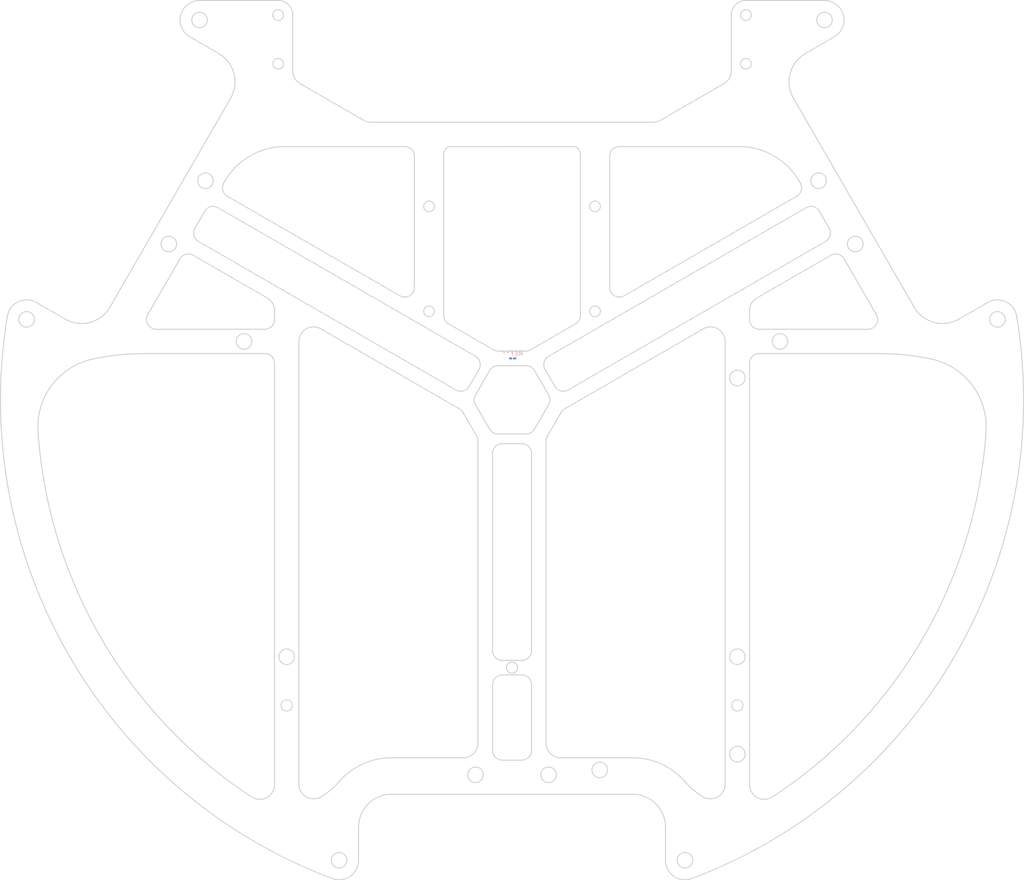
<source format=kicad_pcb>
(kicad_pcb (version 20221018) (generator pcbnew)
  (layers (0 "F.Cu" signal) (31 "B.Cu" signal) (34 "B.Paste" user) (35 "F.Paste" user) (36 "B.SilkS" user "B.Silkscreen") (37 "F.SilkS" user "F.Silkscreen") (38 "B.Mask" user) (39 "F.Mask" user) (44 "Edge.Cuts" user))
  (net 0 "")
  (footprint "Resistor_SMD:R_0201_0603Metric_Pad0.64x0.40mm_HandSolder" (layer "B.Cu") (at 119.507 88.9 180)
    (fp_text reference "REF**" (at 0 1.05) (layer "B.SilkS") (effects (justify mirror)))
    (fp_text value "R_0201_0603Metric_Pad0.64x0.40mm_HandSolder" hide)
    (pad "1" smd roundrect (at -0.4075 0 180) (size 0.635 0.4) (layers "B.Cu" "B.Mask"))
    (pad "2" smd roundrect (at 0.4075 0 180) (size 0.635 0.4) (layers "B.Cu" "B.Mask"))
  )
  (gr_arc (start 60.950523 55.590822) (mid 60.018672 54.376409) (end 60.218473 52.858771) (stroke (width 0.2)) (layer "Edge.Cuts"))
  (gr_arc (start 164.38 29.858019) (mid 163.978076 31.358019) (end 162.88 32.456095) (stroke (width 0.2)) (layer "Edge.Cuts"))
  (gr_arc (start 116.493249 104.408) (mid 115.493249 104.140051) (end 114.761198 103.408) (stroke (width 0.2)) (layer "Edge.Cuts"))
  (gr_arc (start 46.333821 82.907692) (mid 44.601771 81.907692) (end 44.601771 79.907692) (stroke (width 0.2)) (layer "Edge.Cuts"))
  (gr_line (start 123.998802 91.408) (end 126.885554 96.408) (stroke (width 0.2)) (layer "Edge.Cuts"))
  (gr_line (start 112.38 167.918) (end 112.38 105.819543) (stroke (width 0.2)) (layer "Edge.Cuts"))
  (gr_arc (start 130.906279 95.372102) (mid 129.388641 95.571902) (end 128.174229 94.640051) (stroke (width 0.2)) (layer "Edge.Cuts"))
  (gr_circle (center 71.38 28.386329) (end 72.48 28.386329) (stroke (width 0.2)) (fill none) (layer "Edge.Cuts"))
  (gr_line (start 90.418846 40.386) (end 119.38 40.386) (stroke (width 0.2)) (layer "Edge.Cuts"))
  (gr_circle (center 165.63 160.163) (end 164.48 160.163) (stroke (width 0.2)) (fill none) (layer "Edge.Cuts"))
  (gr_circle (center 71.38 18.386329) (end 72.48 18.386329) (stroke (width 0.2)) (fill none) (layer "Edge.Cuts"))
  (gr_arc (start 71.38 15.386329) (mid 73.501321 16.265008) (end 74.38 18.386329) (stroke (width 0.2)) (layer "Edge.Cuts"))
  (gr_arc (start 53.242501 22.85043) (mid 51.378798 18.351053) (end 55.242501 15.386329) (stroke (width 0.2)) (layer "Edge.Cuts"))
  (gr_arc (start 164.38 18.386329) (mid 165.258679 16.265008) (end 167.38 15.386329) (stroke (width 0.2)) (layer "Edge.Cuts"))
  (gr_arc (start 117.38 150.908001) (mid 115.965786 150.322215) (end 115.38 148.908001) (stroke (width 0.2)) (layer "Edge.Cuts"))
  (gr_circle (center 182.322616 52.407809) (end 180.722616 52.407809) (stroke (width 0.2)) (fill none) (layer "Edge.Cuts"))
  (gr_circle (center 219.017499 80.874132) (end 217.417499 80.874132) (stroke (width 0.2)) (fill none) (layer "Edge.Cuts"))
  (gr_arc (start 115.38 108.408) (mid 115.965786 106.993786) (end 117.38 106.408) (stroke (width 0.2)) (layer "Edge.Cuts"))
  (gr_line (start 130.16461 99.264406) (end 158.63 82.829906) (stroke (width 0.2)) (layer "Edge.Cuts"))
  (gr_arc (start 216.673585 103.900949) (mid 203.826137 146.163) (end 173.649852 178.420242) (stroke (width 0.2)) (layer "Edge.Cuts"))
  (gr_arc (start 194.158229 79.907692) (mid 194.158229 81.907692) (end 192.426179 82.907692) (stroke (width 0.2)) (layer "Edge.Cuts"))
  (gr_line (start 144.13 170.918) (end 129.38 170.918) (stroke (width 0.2)) (layer "Edge.Cuts"))
  (gr_line (start 70.63 176.444359) (end 70.63 89.908) (stroke (width 0.2)) (layer "Edge.Cuts"))
  (gr_line (start 46.333821 82.907692) (end 68.63 82.907692) (stroke (width 0.2)) (layer "Edge.Cuts"))
  (gr_line (start 36.856942 78.342129) (end 61.606942 35.473871) (stroke (width 0.2)) (layer "Edge.Cuts"))
  (gr_line (start 119.38 153.908001) (end 121.38 153.908001) (stroke (width 0.2)) (layer "Edge.Cuts"))
  (gr_circle (center 183.517499 19.386329) (end 181.917499 19.386329) (stroke (width 0.2)) (fill none) (layer "Edge.Cuts"))
  (gr_line (start 177.809477 55.590822) (end 142.418104 76.024041) (stroke (width 0.2)) (layer "Edge.Cuts"))
  (gr_arc (start 112.112051 104.819543) (mid 112.311852 105.301905) (end 112.38 105.819543) (stroke (width 0.2)) (layer "Edge.Cuts"))
  (gr_line (start 141.38 45.386) (end 166.005653 45.386) (stroke (width 0.2)) (layer "Edge.Cuts"))
  (gr_arc (start 51.218473 68.447229) (mid 52.432885 67.515377) (end 53.950523 67.715178) (stroke (width 0.2)) (layer "Edge.Cuts"))
  (gr_arc (start 179.733829 57.943898) (mid 181.251467 57.744098) (end 182.46588 58.675949) (stroke (width 0.2)) (layer "Edge.Cuts"))
  (gr_line (start 75.88 32.456095) (end 88.918846 39.984076) (stroke (width 0.2)) (layer "Edge.Cuts"))
  (gr_arc (start 205.106959 88.959936) (mid 213.725318 94.235684) (end 216.673585 103.900949) (stroke (width 0.2)) (layer "Edge.Cuts"))
  (gr_arc (start 123.16461 87.140051) (mid 122.682248 87.339852) (end 122.16461 87.408) (stroke (width 0.2)) (layer "Edge.Cuts"))
  (gr_arc (start 194.894767 87.908) (mid 199.922571 88.16143) (end 204.899408 88.919152) (stroke (width 0.2)) (layer "Edge.Cuts"))
  (gr_arc (start 110.585771 94.640051) (mid 109.371359 95.571902) (end 107.853721 95.372102) (stroke (width 0.2)) (layer "Edge.Cuts"))
  (gr_line (start 55.026171 64.872102) (end 107.853721 95.372102) (stroke (width 0.2)) (layer "Edge.Cuts"))
  (gr_circle (center 165.63 170.168) (end 164.03 170.168) (stroke (width 0.2)) (fill none) (layer "Edge.Cuts"))
  (gr_arc (start 149.841154 39.984076) (mid 149.117611 40.283777) (end 148.341154 40.386) (stroke (width 0.2)) (layer "Edge.Cuts"))
  (gr_arc (start 22.086415 103.900949) (mid 25.034682 94.235684) (end 33.653041 88.959936) (stroke (width 0.2)) (layer "Edge.Cuts"))
  (gr_circle (center 165.63 92.908) (end 164.03 92.908) (stroke (width 0.2)) (fill none) (layer "Edge.Cuts"))
  (gr_line (start 128.174229 94.640051) (end 126.174229 91.175949) (stroke (width 0.2)) (layer "Edge.Cuts"))
  (gr_arc (start 69.13 76.479053) (mid 70.228076 77.577129) (end 70.63 79.077129) (stroke (width 0.2)) (layer "Edge.Cuts"))
  (gr_line (start 106.341896 81.797543) (end 115.59539 87.140051) (stroke (width 0.2)) (layer "Edge.Cuts"))
  (gr_arc (start 177.153058 35.473871) (mid 176.47873 30.351843) (end 179.623729 26.2532) (stroke (width 0.2)) (layer "Edge.Cuts"))
  (gr_circle (center 167.38 28.386329) (end 166.28 28.386329) (stroke (width 0.2)) (fill none) (layer "Edge.Cuts"))
  (gr_arc (start 217.017499 77.410031) (mid 220.726242 77.257477) (end 222.963539 80.219326) (stroke (width 0.2)) (layer "Edge.Cuts"))
  (gr_arc (start 66.187246 179.074656) (mid 65.641454 178.759371) (end 65.110148 178.420242) (stroke (width 0.2)) (layer "Edge.Cuts"))
  (gr_line (start 116.493249 104.408) (end 119.38 104.408) (stroke (width 0.2)) (layer "Edge.Cuts"))
  (gr_line (start 56.29412 58.675949) (end 54.29412 62.140051) (stroke (width 0.2)) (layer "Edge.Cuts"))
  (gr_line (start 169.63 76.479053) (end 184.809477 67.715178) (stroke (width 0.2)) (layer "Edge.Cuts"))
  (gr_line (start 99.341896 74.29199) (end 99.341896 47.385637) (stroke (width 0.2)) (layer "Edge.Cuts"))
  (gr_circle (center 73.13 150.158001) (end 74.73 150.158001) (stroke (width 0.2)) (fill none) (layer "Edge.Cuts"))
  (gr_arc (start 111.853721 88.443898) (mid 112.785572 89.658311) (end 112.585771 91.175949) (stroke (width 0.2)) (layer "Edge.Cuts"))
  (gr_line (start 121.38 150.908001) (end 119.38 150.908001) (stroke (width 0.2)) (layer "Edge.Cuts"))
  (gr_line (start 183.733829 64.872102) (end 130.906279 95.372102) (stroke (width 0.2)) (layer "Edge.Cuts"))
  (gr_arc (start 59.136271 26.2532) (mid 62.28127 30.351843) (end 61.606942 35.473871) (stroke (width 0.2)) (layer "Edge.Cuts"))
  (gr_arc (start 80.123189 178.940323) (mid 77.126599 178.934436) (end 75.63 176.338327) (stroke (width 0.2)) (layer "Edge.Cuts"))
  (gr_circle (center 102.341896 79.220193) (end 103.441896 79.220193) (stroke (width 0.2)) (fill none) (layer "Edge.Cuts"))
  (gr_line (start 33.860592 88.919152) (end 33.653041 88.959936) (stroke (width 0.2)) (layer "Edge.Cuts"))
  (gr_arc (start 158.636811 178.940323) (mid 156.651529 177.5649) (end 154.927242 175.873757) (stroke (width 0.2)) (layer "Edge.Cuts"))
  (gr_line (start 68.63 87.908) (end 43.865233 87.908) (stroke (width 0.2)) (layer "Edge.Cuts"))
  (gr_arc (start 178.541527 52.858771) (mid 178.741328 54.376409) (end 177.809477 55.590822) (stroke (width 0.2)) (layer "Edge.Cuts"))
  (gr_circle (center 189.822616 65.39819) (end 188.222616 65.39819) (stroke (width 0.2)) (fill none) (layer "Edge.Cuts"))
  (gr_arc (start 15.796461 80.219326) (mid 18.033758 77.257477) (end 21.742501 77.410031) (stroke (width 0.2)) (layer "Edge.Cuts"))
  (gr_arc (start 144.13 178.408) (mid 148.902971 180.385029) (end 150.88 185.158) (stroke (width 0.2)) (layer "Edge.Cuts"))
  (gr_line (start 108.59539 99.264406) (end 80.13 82.829906) (stroke (width 0.2)) (layer "Edge.Cuts"))
  (gr_arc (start 168.13 89.908) (mid 168.715786 88.493786) (end 170.13 87.908) (stroke (width 0.2)) (layer "Edge.Cuts"))
  (gr_arc (start 126.38 105.819543) (mid 126.448148 105.301905) (end 126.647949 104.819543) (stroke (width 0.2)) (layer "Edge.Cuts"))
  (gr_circle (center 19.742501 80.874132) (end 21.342501 80.874132) (stroke (width 0.2)) (fill none) (layer "Edge.Cuts"))
  (gr_arc (start 83.832758 175.873757) (mid 82.108471 177.5649) (end 80.123189 178.940323) (stroke (width 0.2)) (layer "Edge.Cuts"))
  (gr_circle (center 165.63 150.158001) (end 164.03 150.158001) (stroke (width 0.2)) (fill none) (layer "Edge.Cuts"))
  (gr_circle (center 137.38 173.408001) (end 135.78 173.408001) (stroke (width 0.2)) (fill none) (layer "Edge.Cuts"))
  (gr_line (start 116.59539 87.408) (end 119.38 87.408) (stroke (width 0.2)) (layer "Edge.Cuts"))
  (gr_line (start 150.88 185.158) (end 150.88 191.963539) (stroke (width 0.2)) (layer "Edge.Cuts"))
  (gr_line (start 105.341896 47.139498) (end 105.341896 80.065493) (stroke (width 0.2)) (layer "Edge.Cuts"))
  (gr_arc (start 156.285941 195.708313) (mid 152.602256 195.251682) (end 150.88 191.963539) (stroke (width 0.2)) (layer "Edge.Cuts"))
  (gr_arc (start 116.59539 87.408) (mid 116.077752 87.339852) (end 115.59539 87.140051) (stroke (width 0.2)) (layer "Edge.Cuts"))
  (gr_arc (start 119.38 151.258001) (mid 120.53 152.408001) (end 119.38 153.558001) (stroke (width 0.2)) (layer "Edge.Cuts"))
  (gr_arc (start 60.422145 52.506) (mid 65.634347 47.293798) (end 72.754347 45.386) (stroke (width 0.2)) (layer "Edge.Cuts"))
  (gr_circle (center 154.88 191.963539) (end 153.28 191.963539) (stroke (width 0.2)) (fill none) (layer "Edge.Cuts"))
  (gr_line (start 111.853721 88.443898) (end 59.026171 57.943898) (stroke (width 0.2)) (layer "Edge.Cuts"))
  (gr_line (start 148.341154 40.386) (end 119.38 40.386) (stroke (width 0.2)) (layer "Edge.Cuts"))
  (gr_arc (start 173.649852 178.420242) (mid 173.118546 178.759371) (end 172.572754 179.074656) (stroke (width 0.2)) (layer "Edge.Cuts"))
  (gr_arc (start 117.38 171.408) (mid 115.965786 170.822214) (end 115.38 169.408) (stroke (width 0.2)) (layer "Edge.Cuts"))
  (gr_line (start 122.16461 87.408) (end 119.38 87.408) (stroke (width 0.2)) (layer "Edge.Cuts"))
  (gr_arc (start 97.38 45.386) (mid 98.769518 45.98496) (end 99.341896 47.385637) (stroke (width 0.2)) (layer "Edge.Cuts"))
  (gr_line (start 119.38 90.408) (end 122.266751 90.408) (stroke (width 0.2)) (layer "Edge.Cuts"))
  (gr_arc (start 121.38 153.908001) (mid 122.794214 154.493787) (end 123.38 155.908001) (stroke (width 0.2)) (layer "Edge.Cuts"))
  (gr_arc (start 222.963539 80.219326) (mid 210.312668 149.908) (end 156.285941 195.708313) (stroke (width 0.2)) (layer "Edge.Cuts"))
  (gr_arc (start 105.341896 47.139498) (mid 105.62088 46.120624) (end 106.38 45.386) (stroke (width 0.2)) (layer "Edge.Cuts"))
  (gr_line (start 114.761198 91.408) (end 111.874446 96.408) (stroke (width 0.2)) (layer "Edge.Cuts"))
  (gr_line (start 21.742501 77.410031) (end 27.636271 80.8128) (stroke (width 0.2)) (layer "Edge.Cuts"))
  (gr_line (start 119.38 106.408) (end 121.38 106.408) (stroke (width 0.2)) (layer "Edge.Cuts"))
  (gr_arc (start 90.418846 40.386) (mid 89.642389 40.283777) (end 88.918846 39.984076) (stroke (width 0.2)) (layer "Edge.Cuts"))
  (gr_line (start 123.38 108.408) (end 123.38 148.908001) (stroke (width 0.2)) (layer "Edge.Cuts"))
  (gr_circle (center 48.937384 65.39819) (end 50.537384 65.39819) (stroke (width 0.2)) (fill none) (layer "Edge.Cuts"))
  (gr_arc (start 129.432559 99.996457) (mid 129.750396 99.582243) (end 130.16461 99.264406) (stroke (width 0.2)) (layer "Edge.Cuts"))
  (gr_line (start 162.88 32.456095) (end 149.841154 39.984076) (stroke (width 0.2)) (layer "Edge.Cuts"))
  (gr_arc (start 211.123729 80.8128) (mid 206.001701 81.487128) (end 201.903058 78.342129) (stroke (width 0.2)) (layer "Edge.Cuts"))
  (gr_line (start 123.38 155.908001) (end 123.38 169.408) (stroke (width 0.2)) (layer "Edge.Cuts"))
  (gr_line (start 178.337855 52.506) (end 178.541527 52.858771) (stroke (width 0.2)) (layer "Edge.Cuts"))
  (gr_circle (center 136.418104 57.670193) (end 135.318104 57.670193) (stroke (width 0.2)) (fill none) (layer "Edge.Cuts"))
  (gr_line (start 59.136271 26.2532) (end 53.242501 22.85043) (stroke (width 0.2)) (layer "Edge.Cuts"))
  (gr_arc (start 65.110148 178.420242) (mid 34.933862 146.163) (end 22.086415 103.900949) (stroke (width 0.2)) (layer "Edge.Cuts"))
  (gr_arc (start 144.13 170.918) (mid 150.070117 172.216106) (end 154.927242 175.873757) (stroke (width 0.2)) (layer "Edge.Cuts"))
  (gr_arc (start 112.38 167.918) (mid 111.50132 170.03932) (end 109.38 170.918) (stroke (width 0.2)) (layer "Edge.Cuts"))
  (gr_line (start 187.541527 68.447229) (end 194.158229 79.907692) (stroke (width 0.2)) (layer "Edge.Cuts"))
  (gr_line (start 201.903058 78.342129) (end 177.153058 35.473871) (stroke (width 0.2)) (layer "Edge.Cuts"))
  (gr_line (start 126.885554 98.408) (end 123.998802 103.408) (stroke (width 0.2)) (layer "Edge.Cuts"))
  (gr_arc (start 68.63 87.908) (mid 70.044214 88.493786) (end 70.63 89.908) (stroke (width 0.2)) (layer "Edge.Cuts"))
  (gr_arc (start 114.761198 91.408) (mid 115.493249 90.675949) (end 116.493249 90.408) (stroke (width 0.2)) (layer "Edge.Cuts"))
  (gr_arc (start 123.38 148.908001) (mid 122.794214 150.322215) (end 121.38 150.908001) (stroke (width 0.2)) (layer "Edge.Cuts"))
  (gr_arc (start 123.38 169.408) (mid 122.794214 170.822214) (end 121.38 171.408) (stroke (width 0.2)) (layer "Edge.Cuts"))
  (gr_arc (start 82.474059 195.708313) (mid 28.447333 149.908) (end 15.796461 80.219326) (stroke (width 0.2)) (layer "Edge.Cuts"))
  (gr_arc (start 166.005653 45.386) (mid 173.125653 47.293798) (end 178.337855 52.506) (stroke (width 0.2)) (layer "Edge.Cuts"))
  (gr_circle (center 55.242501 19.386329) (end 56.842501 19.386329) (stroke (width 0.2)) (fill none) (layer "Edge.Cuts"))
  (gr_circle (center 126.88 174.418) (end 125.28 174.418) (stroke (width 0.2)) (fill none) (layer "Edge.Cuts"))
  (gr_line (start 163.13 85.427982) (end 163.13 176.338327) (stroke (width 0.2)) (layer "Edge.Cuts"))
  (gr_line (start 60.950523 55.590822) (end 96.341896 76.024041) (stroke (width 0.2)) (layer "Edge.Cuts"))
  (gr_arc (start 184.809477 67.715178) (mid 186.327115 67.515377) (end 187.541527 68.447229) (stroke (width 0.2)) (layer "Edge.Cuts"))
  (gr_arc (start 158.63 82.829906) (mid 161.63 82.829906) (end 163.13 85.427982) (stroke (width 0.2)) (layer "Edge.Cuts"))
  (gr_arc (start 163.13 176.338327) (mid 161.633401 178.934436) (end 158.636811 178.940323) (stroke (width 0.2)) (layer "Edge.Cuts"))
  (gr_line (start 119.38 45.386) (end 132.38 45.386) (stroke (width 0.2)) (layer "Edge.Cuts"))
  (gr_line (start 122.266751 104.408) (end 119.38 104.408) (stroke (width 0.2)) (layer "Edge.Cuts"))
  (gr_line (start 164.38 18.386329) (end 164.38 29.858019) (stroke (width 0.2)) (layer "Edge.Cuts"))
  (gr_circle (center 102.341896 57.670193) (end 103.441896 57.670193) (stroke (width 0.2)) (fill none) (layer "Edge.Cuts"))
  (gr_line (start 115.38 108.408) (end 115.38 148.908001) (stroke (width 0.2)) (layer "Edge.Cuts"))
  (gr_arc (start 183.517499 15.386329) (mid 187.381202 18.351053) (end 185.517499 22.85043) (stroke (width 0.2)) (layer "Edge.Cuts"))
  (gr_line (start 97.38 45.386) (end 72.754347 45.386) (stroke (width 0.2)) (layer "Edge.Cuts"))
  (gr_arc (start 139.418104 47.385637) (mid 139.990482 45.98496) (end 141.38 45.386) (stroke (width 0.2)) (layer "Edge.Cuts"))
  (gr_line (start 126.38 167.918) (end 126.38 105.819543) (stroke (width 0.2)) (layer "Edge.Cuts"))
  (gr_line (start 119.38 45.386) (end 106.38 45.386) (stroke (width 0.2)) (layer "Edge.Cuts"))
  (gr_line (start 70.63 80.907692) (end 70.63 79.077129) (stroke (width 0.2)) (layer "Edge.Cuts"))
  (gr_circle (center 174.380001 85.408) (end 172.780001 85.408) (stroke (width 0.2)) (fill none) (layer "Edge.Cuts"))
  (gr_line (start 111.874446 98.408) (end 114.761198 103.408) (stroke (width 0.2)) (layer "Edge.Cuts"))
  (gr_circle (center 83.88 191.963539) (end 85.48 191.963539) (stroke (width 0.2)) (fill none) (layer "Edge.Cuts"))
  (gr_arc (start 132.38 45.386) (mid 133.13912 46.120624) (end 133.418104 47.139498) (stroke (width 0.2)) (layer "Edge.Cuts"))
  (gr_line (start 117.38 171.408) (end 119.38 171.408) (stroke (width 0.2)) (layer "Edge.Cuts"))
  (gr_line (start 94.63 170.918) (end 109.38 170.918) (stroke (width 0.2)) (layer "Edge.Cuts"))
  (gr_arc (start 56.29412 58.675949) (mid 57.508533 57.744098) (end 59.026171 57.943898) (stroke (width 0.2)) (layer "Edge.Cuts"))
  (gr_line (start 119.38 106.408) (end 117.38 106.408) (stroke (width 0.2)) (layer "Edge.Cuts"))
  (gr_circle (center 73.13 160.163) (end 74.28 160.163) (stroke (width 0.2)) (fill none) (layer "Edge.Cuts"))
  (gr_line (start 168.13 80.907692) (end 168.13 79.077129) (stroke (width 0.2)) (layer "Edge.Cuts"))
  (gr_arc (start 75.63 85.427982) (mid 77.13 82.829906) (end 80.13 82.829906) (stroke (width 0.2)) (layer "Edge.Cuts"))
  (gr_circle (center 64.379999 85.408) (end 65.979999 85.408) (stroke (width 0.2)) (fill none) (layer "Edge.Cuts"))
  (gr_line (start 126.906279 88.443898) (end 179.733829 57.943898) (stroke (width 0.2)) (layer "Edge.Cuts"))
  (gr_line (start 170.13 87.908) (end 194.894767 87.908) (stroke (width 0.2)) (layer "Edge.Cuts"))
  (gr_circle (center 167.38 18.386329) (end 166.28 18.386329) (stroke (width 0.2)) (fill none) (layer "Edge.Cuts"))
  (gr_arc (start 106.341896 81.797543) (mid 105.609845 81.065493) (end 105.341896 80.065493) (stroke (width 0.2)) (layer "Edge.Cuts"))
  (gr_arc (start 99.341896 74.29199) (mid 98.341896 76.024041) (end 96.341896 76.024041) (stroke (width 0.2)) (layer "Edge.Cuts"))
  (gr_line (start 119.38 153.908001) (end 117.38 153.908001) (stroke (width 0.2)) (layer "Edge.Cuts"))
  (gr_line (start 119.38 90.408) (end 116.493249 90.408) (stroke (width 0.2)) (layer "Edge.Cuts"))
  (gr_arc (start 36.856942 78.342129) (mid 32.758299 81.487128) (end 27.636271 80.8128) (stroke (width 0.2)) (layer "Edge.Cuts"))
  (gr_line (start 133.418104 47.139498) (end 133.418104 80.065493) (stroke (width 0.2)) (layer "Edge.Cuts"))
  (gr_circle (center 136.418104 79.220193) (end 135.318104 79.220193) (stroke (width 0.2)) (fill none) (layer "Edge.Cuts"))
  (gr_line (start 60.422145 52.506) (end 60.218473 52.858771) (stroke (width 0.2)) (layer "Edge.Cuts"))
  (gr_line (start 182.46588 58.675949) (end 184.46588 62.140051) (stroke (width 0.2)) (layer "Edge.Cuts"))
  (gr_arc (start 87.88 191.963539) (mid 86.157744 195.251682) (end 82.474059 195.708313) (stroke (width 0.2)) (layer "Edge.Cuts"))
  (gr_line (start 69.13 76.479053) (end 53.950523 67.715178) (stroke (width 0.2)) (layer "Edge.Cuts"))
  (gr_line (start 168.13 176.444359) (end 168.13 89.908) (stroke (width 0.2)) (layer "Edge.Cuts"))
  (gr_line (start 51.218473 68.447229) (end 44.601771 79.907692) (stroke (width 0.2)) (layer "Edge.Cuts"))
  (gr_arc (start 111.874446 98.408) (mid 111.606497 97.408) (end 111.874446 96.408) (stroke (width 0.2)) (layer "Edge.Cuts"))
  (gr_arc (start 170.13 82.907692) (mid 168.715786 82.321906) (end 168.13 80.907692) (stroke (width 0.2)) (layer "Edge.Cuts"))
  (gr_line (start 55.242501 15.386329) (end 71.38 15.386329) (stroke (width 0.2)) (layer "Edge.Cuts"))
  (gr_arc (start 126.885554 96.408) (mid 127.153503 97.408) (end 126.885554 98.408) (stroke (width 0.2)) (layer "Edge.Cuts"))
  (gr_arc (start 119.38 153.558001) (mid 118.23 152.408001) (end 119.38 151.258001) (stroke (width 0.2)) (layer "Edge.Cuts"))
  (gr_arc (start 87.88 185.158) (mid 89.857029 180.385029) (end 94.63 178.408) (stroke (width 0.2)) (layer "Edge.Cuts"))
  (gr_arc (start 83.832758 175.873757) (mid 88.689883 172.216106) (end 94.63 170.918) (stroke (width 0.2)) (layer "Edge.Cuts"))
  (gr_line (start 117.38 150.908001) (end 119.38 150.908001) (stroke (width 0.2)) (layer "Edge.Cuts"))
  (gr_line (start 217.017499 77.410031) (end 211.123729 80.8128) (stroke (width 0.2)) (layer "Edge.Cuts"))
  (gr_line (start 119.38 178.408) (end 144.13 178.408) (stroke (width 0.2)) (layer "Edge.Cuts"))
  (gr_arc (start 70.63 80.907692) (mid 70.044214 82.321906) (end 68.63 82.907692) (stroke (width 0.2)) (layer "Edge.Cuts"))
  (gr_arc (start 129.38 170.918) (mid 127.25868 170.03932) (end 126.38 167.918) (stroke (width 0.2)) (layer "Edge.Cuts"))
  (gr_arc (start 172.572754 179.074656) (mid 169.601645 179.025857) (end 168.13 176.444359) (stroke (width 0.2)) (layer "Edge.Cuts"))
  (gr_arc (start 70.63 176.444359) (mid 69.158355 179.025857) (end 66.187246 179.074656) (stroke (width 0.2)) (layer "Edge.Cuts"))
  (gr_arc (start 142.418104 76.024041) (mid 140.418104 76.024041) (end 139.418104 74.29199) (stroke (width 0.2)) (layer "Edge.Cuts"))
  (gr_arc (start 108.59539 99.264406) (mid 109.009604 99.582243) (end 109.327441 99.996457) (stroke (width 0.2)) (layer "Edge.Cuts"))
  (gr_arc (start 133.418104 80.065493) (mid 133.150155 81.065493) (end 132.418104 81.797543) (stroke (width 0.2)) (layer "Edge.Cuts"))
  (gr_arc (start 75.88 32.456095) (mid 74.781924 31.358019) (end 74.38 29.858019) (stroke (width 0.2)) (layer "Edge.Cuts"))
  (gr_line (start 126.647949 104.819543) (end 129.432559 99.996457) (stroke (width 0.2)) (layer "Edge.Cuts"))
  (gr_line (start 183.517499 15.386329) (end 167.38 15.386329) (stroke (width 0.2)) (layer "Edge.Cuts"))
  (gr_line (start 119.38 178.408) (end 94.63 178.408) (stroke (width 0.2)) (layer "Edge.Cuts"))
  (gr_line (start 115.38 155.908001) (end 115.38 169.408) (stroke (width 0.2)) (layer "Edge.Cuts"))
  (gr_arc (start 126.174229 91.175949) (mid 125.974428 89.658311) (end 126.906279 88.443898) (stroke (width 0.2)) (layer "Edge.Cuts"))
  (gr_line (start 121.38 171.408) (end 119.38 171.408) (stroke (width 0.2)) (layer "Edge.Cuts"))
  (gr_line (start 192.426179 82.907692) (end 170.13 82.907692) (stroke (width 0.2)) (layer "Edge.Cuts"))
  (gr_line (start 75.63 85.427982) (end 75.63 176.338327) (stroke (width 0.2)) (layer "Edge.Cuts"))
  (gr_line (start 112.112051 104.819543) (end 109.327441 99.996457) (stroke (width 0.2)) (layer "Edge.Cuts"))
  (gr_arc (start 168.13 79.077129) (mid 168.531924 77.577129) (end 169.63 76.479053) (stroke (width 0.2)) (layer "Edge.Cuts"))
  (gr_arc (start 55.026171 64.872102) (mid 54.094319 63.657689) (end 54.29412 62.140051) (stroke (width 0.2)) (layer "Edge.Cuts"))
  (gr_arc (start 121.38 106.408) (mid 122.794214 106.993786) (end 123.38 108.408) (stroke (width 0.2)) (layer "Edge.Cuts"))
  (gr_arc (start 33.860592 88.919152) (mid 38.837429 88.16143) (end 43.865233 87.908) (stroke (width 0.2)) (layer "Edge.Cuts"))
  (gr_line (start 110.585771 94.640051) (end 112.585771 91.175949) (stroke (width 0.2)) (layer "Edge.Cuts"))
  (gr_line (start 139.418104 74.29199) (end 139.418104 47.385637) (stroke (width 0.2)) (layer "Edge.Cuts"))
  (gr_line (start 204.899408 88.919152) (end 205.106959 88.959936) (stroke (width 0.2)) (layer "Edge.Cuts"))
  (gr_arc (start 184.46588 62.140051) (mid 184.665681 63.657689) (end 183.733829 64.872102) (stroke (width 0.2)) (layer "Edge.Cuts"))
  (gr_line (start 179.623729 26.2532) (end 185.517499 22.85043) (stroke (width 0.2)) (layer "Edge.Cuts"))
  (gr_arc (start 123.998802 103.408) (mid 123.266751 104.140051) (end 122.266751 104.408) (stroke (width 0.2)) (layer "Edge.Cuts"))
  (gr_line (start 87.88 185.158) (end 87.88 191.963539) (stroke (width 0.2)) (layer "Edge.Cuts"))
  (gr_circle (center 111.88 174.418) (end 113.48 174.418) (stroke (width 0.2)) (fill none) (layer "Edge.Cuts"))
  (gr_line (start 132.418104 81.797543) (end 123.16461 87.140051) (stroke (width 0.2)) (layer "Edge.Cuts"))
  (gr_line (start 74.38 18.386329) (end 74.38 29.858019) (stroke (width 0.2)) (layer "Edge.Cuts"))
  (gr_circle (center 56.437384 52.407809) (end 58.037384 52.407809) (stroke (width 0.2)) (fill none) (layer "Edge.Cuts"))
  (gr_arc (start 115.38 155.908001) (mid 115.965786 154.493787) (end 117.38 153.908001) (stroke (width 0.2)) (layer "Edge.Cuts"))
  (gr_arc (start 122.266751 90.408) (mid 123.266751 90.675949) (end 123.998802 91.408) (stroke (width 0.2)) (layer "Edge.Cuts"))
)
</source>
